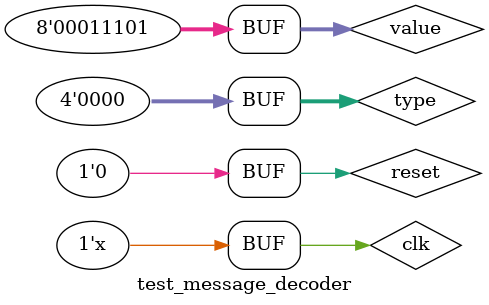
<source format=v>
`timescale 1ns / 1ps

`define I2C_PROCESS_MESSAGE_NULL   0
`define I2C_PROCESS_MESSAGE_START  1
`define I2C_PROCESS_MESSAGE_VALUE  2
`define I2C_PROCESS_MESSAGE_ACK    3
`define I2C_PROCESS_MESSAGE_NACK   4
`define I2C_PROCESS_MESSAGE_RSTART 5
`define I2C_PROCESS_MESSAGE_STOP   6
`define I2C_PROCESS_MESSAGE_ERROR  7


module test_message_decoder;

    localparam HALF_CYCLE = 5;
    localparam FULL_CYCLE = HALF_CYCLE * 2;
    
    localparam I2C_PROCESS_MESSAGE_NULL   = 0;
    localparam I2C_PROCESS_MESSAGE_START  = 1;
    localparam I2C_PROCESS_MESSAGE_VALUE  = 2;
    localparam I2C_PROCESS_MESSAGE_ACK    = 3;
    localparam I2C_PROCESS_MESSAGE_NACK   = 4;
    localparam I2C_PROCESS_MESSAGE_RSTART = 5;
    localparam I2C_PROCESS_MESSAGE_STOP   = 6;
    localparam I2C_PROCESS_MESSAGE_ERROR  = 7;
    
    
    reg clk = 0;
    reg [3:0] type = 0;
    reg [7:0] value = 0;
    reg reset = 0;
    wire [31:0] ascii;
    wire valid;
    
    message_decoder i_message_decoder
    (
        .clk(clk),
        .message_type(type),
        .value(value),
        .reset(reset),
        .ascii(ascii),
        .valid(valid)
    );
    
    initial
    begin
        reset = 1;
        // get past global reset period (GSR)
        #100
        // Do reset
        #FULL_CYCLE   
        reset = 0;
        //
        type = I2C_PROCESS_MESSAGE_START;
        #FULL_CYCLE;
        if (ascii == "STAR")
        begin
            $display("STAR ASSERTION PASSED in %m");
        end
        else
        begin
            $display("STAR ASSERTION FAILED in %m");
        end
        type = I2C_PROCESS_MESSAGE_NULL;
        #FULL_CYCLE;
        
        type = I2C_PROCESS_MESSAGE_VALUE;
        value = 8'h1D;
        #FULL_CYCLE;
        if (ascii == "0x1d")
        begin
            $display("0x1d ASSERTION PASSED in %m");
        end
        else
        begin
            $display("0x1d ASSERTION FAILED in %m");
        end
        type = I2C_PROCESS_MESSAGE_NULL;
        #FULL_CYCLE;        
    end
    
    always 
    begin
        #HALF_CYCLE clk = ~clk;
    end    
endmodule

</source>
